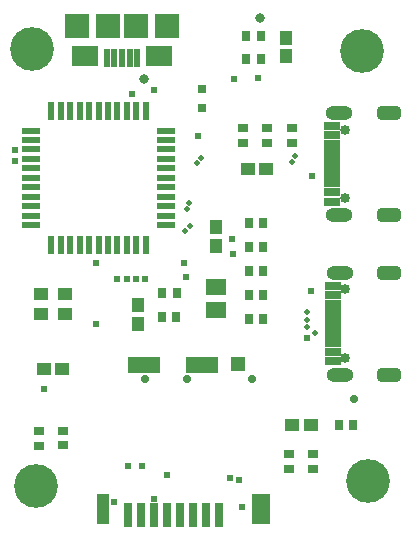
<source format=gts>
G04*
G04 #@! TF.GenerationSoftware,Altium Limited,Altium Designer,23.4.1 (23)*
G04*
G04 Layer_Color=8388736*
%FSLAX44Y44*%
%MOMM*%
G71*
G04*
G04 #@! TF.SameCoordinates,D1F9F651-E120-4EB1-B4AC-D2E1D016148F*
G04*
G04*
G04 #@! TF.FilePolarity,Negative*
G04*
G01*
G75*
%ADD15R,1.2000X1.2000*%
%ADD16R,2.7000X1.4000*%
%ADD17R,0.7000X2.0000*%
%ADD18R,1.5000X2.6000*%
%ADD19R,1.0000X2.6000*%
%ADD21R,1.3000X1.1000*%
%ADD27R,1.3061X1.0582*%
%ADD28R,0.5500X1.5000*%
%ADD29R,1.5000X0.5500*%
%ADD31R,0.8000X0.8000*%
%ADD32R,0.8121X0.7581*%
%ADD33R,0.7581X0.8121*%
%ADD34R,1.0582X1.3061*%
%ADD35R,1.3532X0.5032*%
%ADD36R,0.6032X1.5532*%
%ADD37R,2.3032X1.8032*%
%ADD38R,2.0032X2.1032*%
%ADD39R,2.1032X2.1032*%
%ADD40R,1.3532X0.8032*%
%ADD41R,1.6532X1.4032*%
G04:AMPARAMS|DCode=42|XSize=2.0032mm|YSize=1.2032mm|CornerRadius=0.3516mm|HoleSize=0mm|Usage=FLASHONLY|Rotation=180.000|XOffset=0mm|YOffset=0mm|HoleType=Round|Shape=RoundedRectangle|*
%AMROUNDEDRECTD42*
21,1,2.0032,0.5000,0,0,180.0*
21,1,1.3000,1.2032,0,0,180.0*
1,1,0.7032,-0.6500,0.2500*
1,1,0.7032,0.6500,0.2500*
1,1,0.7032,0.6500,-0.2500*
1,1,0.7032,-0.6500,-0.2500*
%
%ADD42ROUNDEDRECTD42*%
%ADD43O,2.3032X1.2032*%
%ADD44C,0.8532*%
%ADD45C,3.7032*%
%ADD46C,0.7032*%
%ADD47C,0.6032*%
%ADD48C,0.5032*%
%ADD49C,0.8032*%
D15*
X1624570Y488680D02*
D03*
D16*
X1545070Y487680D02*
D03*
X1594070D02*
D03*
D17*
X1608070Y360680D02*
D03*
X1597070D02*
D03*
X1586070D02*
D03*
X1575070D02*
D03*
X1564070D02*
D03*
X1553070D02*
D03*
X1542070D02*
D03*
X1531070D02*
D03*
D18*
X1643570Y365680D02*
D03*
D19*
X1510070D02*
D03*
D21*
X1457112Y548000D02*
D03*
X1478112D02*
D03*
Y531500D02*
D03*
X1457112D02*
D03*
D27*
X1475373Y484378D02*
D03*
X1459851D02*
D03*
X1670276Y437388D02*
D03*
X1685798D02*
D03*
X1632571Y654050D02*
D03*
X1648093D02*
D03*
D28*
X1466220Y703430D02*
D03*
X1474220D02*
D03*
X1482220D02*
D03*
X1490220D02*
D03*
X1498220D02*
D03*
X1506220D02*
D03*
X1514220D02*
D03*
X1522220D02*
D03*
X1530220D02*
D03*
X1538220D02*
D03*
X1546220D02*
D03*
Y589430D02*
D03*
X1538220D02*
D03*
X1530220D02*
D03*
X1522220D02*
D03*
X1514220D02*
D03*
X1506220D02*
D03*
X1498220D02*
D03*
X1490220D02*
D03*
X1482220D02*
D03*
X1474220D02*
D03*
X1466220D02*
D03*
D29*
X1563220Y686430D02*
D03*
Y678430D02*
D03*
Y670430D02*
D03*
Y662430D02*
D03*
Y654430D02*
D03*
Y646430D02*
D03*
Y638430D02*
D03*
Y630430D02*
D03*
Y622430D02*
D03*
Y614430D02*
D03*
Y606430D02*
D03*
X1449220D02*
D03*
Y614430D02*
D03*
Y622430D02*
D03*
Y630430D02*
D03*
Y638430D02*
D03*
Y646430D02*
D03*
Y654430D02*
D03*
Y662430D02*
D03*
Y670430D02*
D03*
Y678430D02*
D03*
Y686430D02*
D03*
D31*
X1593596Y721736D02*
D03*
Y705236D02*
D03*
D32*
X1667868Y412698D02*
D03*
Y400158D02*
D03*
X1455428Y432320D02*
D03*
Y419780D02*
D03*
X1475748Y432400D02*
D03*
Y419860D02*
D03*
X1670050Y675720D02*
D03*
Y688260D02*
D03*
X1648460Y675720D02*
D03*
Y688260D02*
D03*
X1628140Y675720D02*
D03*
Y688260D02*
D03*
X1688188Y412778D02*
D03*
Y400238D02*
D03*
D33*
X1633300Y527050D02*
D03*
X1645840D02*
D03*
X1633300Y547370D02*
D03*
X1645840D02*
D03*
X1633300Y567690D02*
D03*
X1645840D02*
D03*
X1633220Y588010D02*
D03*
X1645760D02*
D03*
X1633300Y608330D02*
D03*
X1645840D02*
D03*
X1559720Y548640D02*
D03*
X1572260D02*
D03*
X1572180Y528320D02*
D03*
X1559640D02*
D03*
X1643808Y766826D02*
D03*
X1631268D02*
D03*
X1643808Y747268D02*
D03*
X1631268D02*
D03*
X1709500Y437388D02*
D03*
X1722040D02*
D03*
D34*
X1605280Y604520D02*
D03*
Y588998D02*
D03*
X1539240Y522958D02*
D03*
Y538480D02*
D03*
X1664970Y749667D02*
D03*
Y765189D02*
D03*
D35*
X1704288Y655868D02*
D03*
X1704542Y525486D02*
D03*
Y520486D02*
D03*
Y530486D02*
D03*
Y535486D02*
D03*
Y540486D02*
D03*
Y515486D02*
D03*
Y510486D02*
D03*
Y505486D02*
D03*
X1704288Y660868D02*
D03*
Y665868D02*
D03*
Y670868D02*
D03*
Y675868D02*
D03*
Y650868D02*
D03*
Y645868D02*
D03*
Y640868D02*
D03*
D36*
X1526094Y748204D02*
D03*
X1532594D02*
D03*
X1519594D02*
D03*
X1539094D02*
D03*
X1513094D02*
D03*
D37*
X1557094Y749454D02*
D03*
X1495094D02*
D03*
D38*
X1564094Y774954D02*
D03*
X1488094D02*
D03*
D39*
X1538094D02*
D03*
X1514094D02*
D03*
D40*
X1704542Y490986D02*
D03*
Y554986D02*
D03*
Y498986D02*
D03*
Y546986D02*
D03*
X1704288Y626368D02*
D03*
Y690368D02*
D03*
Y634368D02*
D03*
Y682368D02*
D03*
D41*
X1606042Y554322D02*
D03*
Y534322D02*
D03*
D42*
X1752092Y479786D02*
D03*
Y566186D02*
D03*
X1751838Y615168D02*
D03*
Y701568D02*
D03*
D43*
X1710292Y479786D02*
D03*
Y566186D02*
D03*
X1710038Y615168D02*
D03*
Y701568D02*
D03*
D44*
X1715292Y551886D02*
D03*
Y494086D02*
D03*
X1715038Y687268D02*
D03*
Y629468D02*
D03*
D45*
X1734058Y389890D02*
D03*
X1449578Y755650D02*
D03*
X1729486Y753872D02*
D03*
X1453642Y385572D02*
D03*
D46*
X1545590Y475996D02*
D03*
X1581150D02*
D03*
X1636014D02*
D03*
X1722120Y458978D02*
D03*
D47*
X1521968Y560578D02*
D03*
X1530096D02*
D03*
X1538224Y560832D02*
D03*
X1545590Y561086D02*
D03*
X1620146Y582302D02*
D03*
X1686306Y550418D02*
D03*
X1619250Y594614D02*
D03*
X1580642Y562864D02*
D03*
X1578864Y574294D02*
D03*
X1503906Y522958D02*
D03*
X1435608Y660908D02*
D03*
X1435354Y669798D02*
D03*
X1459992Y467360D02*
D03*
X1627886Y367792D02*
D03*
X1519428Y371856D02*
D03*
X1552956Y374904D02*
D03*
X1531366Y402590D02*
D03*
X1543304Y402336D02*
D03*
X1564132Y394462D02*
D03*
X1534922Y717550D02*
D03*
X1682750Y510540D02*
D03*
X1553210Y720598D02*
D03*
X1641094Y730758D02*
D03*
X1621282Y730504D02*
D03*
X1590802Y682244D02*
D03*
X1686814Y647954D02*
D03*
X1504188Y574294D02*
D03*
X1617218Y392176D02*
D03*
X1625346Y390398D02*
D03*
D48*
X1579674Y601449D02*
D03*
X1683004Y532638D02*
D03*
X1689862Y515112D02*
D03*
X1582674Y625348D02*
D03*
X1581150Y619760D02*
D03*
X1593195Y663047D02*
D03*
X1589278Y659130D02*
D03*
X1682750Y525732D02*
D03*
Y520192D02*
D03*
X1583591Y605366D02*
D03*
X1672844Y664718D02*
D03*
X1670050Y659638D02*
D03*
D49*
X1544574Y729742D02*
D03*
X1643126Y782066D02*
D03*
M02*

</source>
